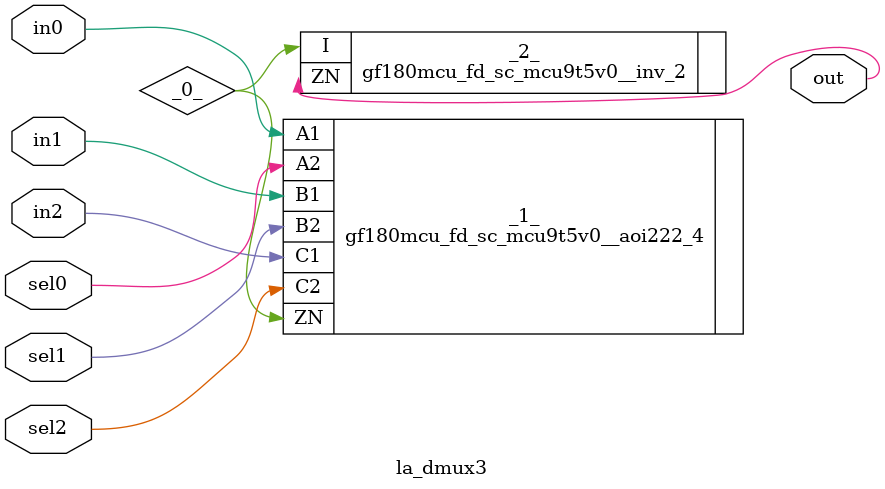
<source format=v>

/* Generated by Yosys 0.37 (git sha1 a5c7f69ed, clang 14.0.0-1ubuntu1.1 -fPIC -Os) */

module la_dmux3(sel0, sel1, sel2, in0, in1, in2, out);
  wire _0_;
  input in0;
  wire in0;
  input in1;
  wire in1;
  input in2;
  wire in2;
  output out;
  wire out;
  input sel0;
  wire sel0;
  input sel1;
  wire sel1;
  input sel2;
  wire sel2;
  gf180mcu_fd_sc_mcu9t5v0__aoi222_4 _1_ (
    .A1(in0),
    .A2(sel0),
    .B1(in1),
    .B2(sel1),
    .C1(in2),
    .C2(sel2),
    .ZN(_0_)
  );
  gf180mcu_fd_sc_mcu9t5v0__inv_2 _2_ (
    .I(_0_),
    .ZN(out)
  );
endmodule

</source>
